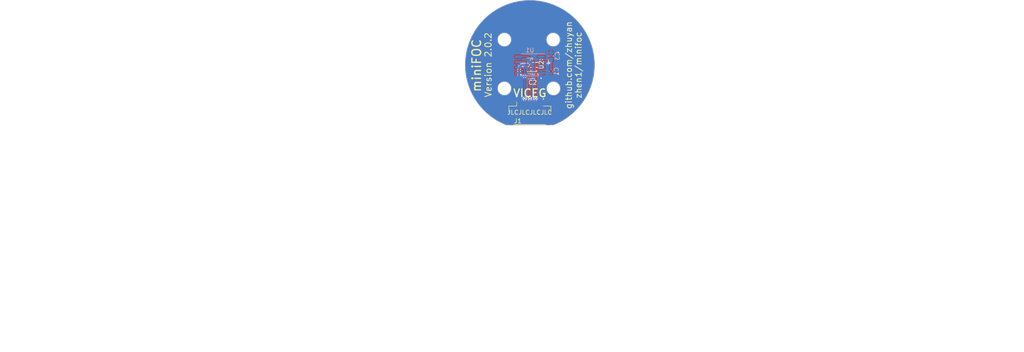
<source format=kicad_pcb>
(kicad_pcb (version 20221018) (generator pcbnew)
  (title_block (title "miniFOC-Sensor") (date "2023-10-09") (rev "2.0.2"))
  (layers (0 "F.Cu" signal) (31 "B.Cu" signal) (34 "B.Paste" user) (35 "F.Paste" user) (36 "B.SilkS" user "B.Silkscreen") (37 "F.SilkS" user "F.Silkscreen") (38 "B.Mask" user) (39 "F.Mask" user) (44 "Edge.Cuts" user))
  (net 0 "")
  (net 1 "+5V")
  (net 2 "GND")
  (net 3 "/SPI_MISO")
  (net 4 "/SPI_CLK")
  (net 5 "/SPI_CS")
  (net 8 "+3.3V")
  (footprint "Library:JST_GH_SM05B-GHS-TB_1x05-1MP_P1.25mm_Horizontal" (layer "F.Cu") (at 149.775 115.6)
    (fp_text reference "J1" (at -2.775 1.75) (layer "F.SilkS"))
    (fp_text value "Conn_01x05")
    (fp_line (start -4.86 -1.71) (end -3.06 -1.71) (stroke (width 0.12)) (layer "F.SilkS"))
    (fp_line (start -4.86 -0.26) (end -4.86 -1.71) (stroke (width 0.12)) (layer "F.SilkS"))
    (fp_line (start -3.59 2.56) (end 3.59 2.56) (stroke (width 0.12)) (layer "F.SilkS"))
    (fp_line (start -3.06 -1.71) (end -3.06 -2.7) (stroke (width 0.12)) (layer "F.SilkS"))
    (fp_line (start 4.86 -1.71) (end 3.06 -1.71) (stroke (width 0.12)) (layer "F.SilkS"))
    (fp_line (start 4.86 -0.26) (end 4.86 -1.71) (stroke (width 0.12)) (layer "F.SilkS"))
    (pad "1" smd roundrect (at -2.5 -1.85) (size 0.6 1.7) (layers "F.Cu" "F.Paste" "F.Mask") (net 1 "+5V"))
    (pad "2" smd roundrect (at -1.25 -1.85) (size 0.6 1.7) (layers "F.Cu" "F.Paste" "F.Mask") (net 3 "/SPI_MISO"))
    (pad "3" smd roundrect (at 0 -1.85) (size 0.6 1.7) (layers "F.Cu" "F.Paste" "F.Mask") (net 4 "/SPI_CLK"))
    (pad "4" smd roundrect (at 1.25 -1.85) (size 0.6 1.7) (layers "F.Cu" "F.Paste" "F.Mask") (net 5 "/SPI_CS"))
    (pad "5" smd roundrect (at 2.5 -1.85) (size 0.6 1.7) (layers "F.Cu" "F.Paste" "F.Mask") (net 2 "GND"))
    (pad "MP" smd roundrect (at -4.35 1.35) (size 1 2.7) (layers "F.Cu" "F.Paste" "F.Mask"))
    (pad "MP" smd roundrect (at 4.35 1.35) (size 1 2.7) (layers "F.Cu" "F.Paste" "F.Mask"))
  )
  (footprint "Library:SOT-23" (layer "F.Cu") (at 149.775 104.35 180)
    (fp_text reference "U2" (at -2.65 0 90) (layer "F.SilkS"))
    (fp_text value " XC6206P332MR")
    (fp_line (start 0 -1.56) (end -1.675 -1.56) (stroke (width 0.12)) (layer "F.SilkS"))
    (fp_line (start 0 -1.56) (end 0.65 -1.56) (stroke (width 0.12)) (layer "F.SilkS"))
    (fp_line (start 0 1.56) (end -0.65 1.56) (stroke (width 0.12)) (layer "F.SilkS"))
    (fp_line (start 0 1.56) (end 0.65 1.56) (stroke (width 0.12)) (layer "F.SilkS"))
    (pad "1" smd roundrect (at -0.9375 -0.95 180) (size 1.475 0.6) (layers "F.Cu" "F.Paste" "F.Mask") (net 2 "GND"))
    (pad "2" smd roundrect (at -0.9375 0.95 180) (size 1.475 0.6) (layers "F.Cu" "F.Paste" "F.Mask") (net 8 "+3.3V"))
    (pad "3" smd roundrect (at 0.9375 0 180) (size 1.475 0.6) (layers "F.Cu" "F.Paste" "F.Mask") (net 1 "+5V"))
  )
  (footprint "Library:C_0603_1608Metric" (layer "F.Cu") (at 150.425 107 180)
    (fp_text reference "C2" (at 0 -1.43 180) (layer "F.SilkS"))
    (fp_text value "22uF")
    (fp_line (start -0.14058 -0.51) (end 0.14058 -0.51) (stroke (width 0.12)) (layer "F.SilkS"))
    (fp_line (start -0.14058 0.51) (end 0.14058 0.51) (stroke (width 0.12)) (layer "F.SilkS"))
    (pad "1" smd roundrect (at -0.775 0) (size 0.9 0.95) (layers "F.Cu" "F.Paste" "F.Mask") (net 2 "GND"))
    (pad "2" smd roundrect (at 0.775 0) (size 0.9 0.95) (layers "F.Cu" "F.Paste" "F.Mask") (net 1 "+5V"))
  )
  (footprint "Library:C_0603_1608Metric" (layer "B.Cu") (at 154.675 102.3 -90)
    (fp_text reference "C3" (at 0 -1.475 90) (layer "B.SilkS") (effects (justify mirror)))
    (fp_text value "22uF")
    (fp_line (start -0.14058 -0.51) (end 0.14058 -0.51) (stroke (width 0.12)) (layer "B.SilkS"))
    (fp_line (start -0.14058 0.51) (end 0.14058 0.51) (stroke (width 0.12)) (layer "B.SilkS"))
    (pad "1" smd roundrect (at -0.775 0 90) (size 0.9 0.95) (layers "B.Cu" "B.Paste" "B.Mask") (net 2 "GND"))
    (pad "2" smd roundrect (at 0.775 0 90) (size 0.9 0.95) (layers "B.Cu" "B.Paste" "B.Mask") (net 8 "+3.3V"))
  )
  (footprint "Library:SOP-8_3.9x4.9mm_P1.27mm" (layer "B.Cu") (at 149.775 104.35 180)
    (fp_text reference "U1" (at 0 3.4) (layer "B.SilkS") (effects (justify mirror)))
    (fp_text value "MT6701")
    (fp_line (start 0 -2.56) (end -1.95 -2.56) (stroke (width 0.12)) (layer "B.SilkS"))
    (fp_line (start 0 -2.56) (end 1.95 -2.56) (stroke (width 0.12)) (layer "B.SilkS"))
    (fp_line (start 0 2.56) (end -3.45 2.56) (stroke (width 0.12)) (layer "B.SilkS"))
    (fp_line (start 0 2.56) (end 1.95 2.56) (stroke (width 0.12)) (layer "B.SilkS"))
    (pad "1" smd roundrect (at -2.625 1.905) (size 1.65 0.6) (layers "B.Cu" "B.Paste" "B.Mask") (net 8 "+3.3V"))
    (pad "2" smd roundrect (at -2.625 0.635) (size 1.65 0.6) (layers "B.Cu" "B.Paste" "B.Mask") (net 8 "+3.3V"))
    (pad "3" smd roundrect (at -2.625 -0.635) (size 1.65 0.6) (layers "B.Cu" "B.Paste" "B.Mask"))
    (pad "4" smd roundrect (at -2.625 -1.905) (size 1.65 0.6) (layers "B.Cu" "B.Paste" "B.Mask") (net 2 "GND"))
    (pad "5" smd roundrect (at 2.625 -1.905) (size 1.65 0.6) (layers "B.Cu" "B.Paste" "B.Mask"))
    (pad "6" smd roundrect (at 2.625 -0.635) (size 1.65 0.6) (layers "B.Cu" "B.Paste" "B.Mask") (net 3 "/SPI_MISO"))
    (pad "7" smd roundrect (at 2.625 0.635) (size 1.65 0.6) (layers "B.Cu" "B.Paste" "B.Mask") (net 4 "/SPI_CLK"))
    (pad "8" smd roundrect (at 2.625 1.905) (size 1.65 0.6) (layers "B.Cu" "B.Paste" "B.Mask") (net 5 "/SPI_CS"))
  )
  (footprint "Library:C_0402_1005Metric" (layer "B.Cu") (at 154.675 105.825 -90)
    (fp_text reference "C1" (at 0.025 -1.225 90) (layer "B.SilkS") (effects (justify mirror)))
    (fp_text value "100nF")
    (fp_line (start -0.107836 -0.36) (end 0.107836 -0.36) (stroke (width 0.12)) (layer "B.SilkS"))
    (fp_line (start -0.107836 0.36) (end 0.107836 0.36) (stroke (width 0.12)) (layer "B.SilkS"))
    (pad "1" smd roundrect (at -0.48 0 90) (size 0.56 0.62) (layers "B.Cu" "B.Paste" "B.Mask") (net 8 "+3.3V"))
    (pad "2" smd roundrect (at 0.48 0 90) (size 0.56 0.62) (layers "B.Cu" "B.Paste" "B.Mask") (net 2 "GND"))
  )
  (gr_line (start 144.425 118.35) (end 155.125 118.35) (stroke (width 0.1)) (layer "Edge.Cuts"))
  (gr_circle (center 155.225 109.8) (end 156.775 109.8) (stroke (width 0.1)) (fill none) (layer "Edge.Cuts"))
  (gr_circle (center 155.175 98.5) (end 156.725 98.5) (stroke (width 0.1)) (fill none) (layer "Edge.Cuts"))
  (gr_circle (center 143.875 109.8) (end 145.425 109.8) (stroke (width 0.1)) (fill none) (layer "Edge.Cuts"))
  (gr_circle (center 143.875 98.5) (end 145.425 98.5) (stroke (width 0.1)) (fill none) (layer "Edge.Cuts"))
  (gr_arc (start 144.425 118.35) (mid 149.775 89.362589) (end 155.125 118.35) (stroke (width 0.1)) (layer "Edge.Cuts"))
  (gr_text "VICEG" (at 145.75 111.95) (layer "F.SilkS") (effects (font (size 1.8 1.8) (thickness 0.3)) (justify left bottom)))
  (gr_text "Version 2.0.2" (at 140.15 104.35 90) (layer "F.SilkS") (effects (font (size 1.5 1.5) (thickness 0.2))))
  (gr_text "JLCJLCJLCJLC" (at 149.725 115.35) (layer "F.SilkS") (effects (font (size 1 1))))
  (gr_text "github.com/zhuyan\nzhen1/minifoc" (at 159.9 104.4 90) (layer "F.SilkS") (effects (font (size 1.4 1.4) (thickness 0.2))))
  (gr_text "miniFOC" (at 137.45 104.5 90) (layer "F.SilkS") (effects (font (size 2 2) (thickness 0.3))))
  (segment (start 147.875 104.35) (end 148.8375 104.35) (width 0.4) (layer "F.Cu") (net 1))
  (segment (start 149.65 107) (end 147.275 107) (width 0.4) (layer "F.Cu") (net 1))
  (segment (start 147.275 107) (end 147.275 104.95) (width 0.4) (layer "F.Cu") (net 1))
  (segment (start 147.275 104.95) (end 147.875 104.35) (width 0.4) (layer "F.Cu") (net 1))
  (segment (start 147.275 113.75) (end 147.275 107) (width 0.4) (layer "F.Cu") (net 1))
  (via (at 152.375 107.45) (size 0.6) (drill 0.3) (layers "F.Cu" "B.Cu") (net 2))
  (via (at 152.925 112.25) (size 0.6) (drill 0.3) (layers "F.Cu" "B.Cu") (net 2))
  (via (at 156.325 101.4) (size 0.6) (drill 0.3) (layers "F.Cu" "B.Cu") (net 2))
  (via (at 156.325 106.45) (size 0.6) (drill 0.3) (layers "F.Cu" "B.Cu") (net 2))
  (segment (start 148.575 112.15) (end 148.575 113.7) (width 0.254) (layer "F.Cu") (net 3))
  (segment (start 148.575 113.7) (end 148.525 113.75) (width 0.254) (layer "F.Cu") (net 3))
  (via (at 148.575 112.15) (size 0.6) (drill 0.3) (layers "F.Cu" "B.Cu") (net 3))
  (segment (start 148.575 105.45) (end 148.575 112.15) (width 0.254) (layer "B.Cu") (net 3))
  (segment (start 147.15 104.985) (end 148.11 104.985) (width 0.254) (layer "B.Cu") (net 3))
  (segment (start 148.11 104.985) (end 148.575 105.45) (width 0.254) (layer "B.Cu") (net 3))
  (segment (start 149.775 112.15) (end 149.775 113.75) (width 0.254) (layer "F.Cu") (net 4))
  (via (at 149.775 112.15) (size 0.6) (drill 0.3) (layers "F.Cu" "B.Cu") (net 4))
  (segment (start 149.775 104.75) (end 148.74 103.715) (width 0.254) (layer "B.Cu") (net 4))
  (segment (start 149.775 112.15) (end 149.775 104.75) (width 0.254) (layer "B.Cu") (net 4))
  (segment (start 148.74 103.715) (end 147.15 103.715) (width 0.254) (layer "B.Cu") (net 4))
  (segment (start 151.025 112.15) (end 151.025 113.75) (width 0.254) (layer "F.Cu") (net 5))
  (via (at 151.025 112.15) (size 0.6) (drill 0.3) (layers "F.Cu" "B.Cu") (net 5))
  (segment (start 151.025 112.15) (end 151.025 104) (width 0.254) (layer "B.Cu") (net 5))
  (segment (start 149.47 102.445) (end 147.15 102.445) (width 0.254) (layer "B.Cu") (net 5))
  (segment (start 151.025 104) (end 149.47 102.445) (width 0.254) (layer "B.Cu") (net 5))
  (segment (start 150.7125 103.4) (end 153.75 103.4) (width 0.4) (layer "F.Cu") (net 8))
  (segment (start 153.75 103.4) (end 154.05 103.7) (width 0.4) (layer "F.Cu") (net 8))
  (via (at 154.05 103.7) (size 0.6) (drill 0.3) (layers "F.Cu" "B.Cu") (net 8))
  (segment (start 152.4 103.715) (end 152.415 103.7) (width 0.4) (layer "B.Cu") (net 8))
  (segment (start 152.4 102.445) (end 152.4 103.715) (width 0.4) (layer "B.Cu") (net 8))
  (segment (start 152.415 103.7) (end 154.05 103.7) (width 0.4) (layer "B.Cu") (net 8))
  (segment (start 154.675 103.075) (end 154.675 105.05) (width 0.4) (layer "B.Cu") (net 8))
  (segment (start 154.05 103.7) (end 154.675 103.075) (width 0.4) (layer "B.Cu") (net 8))
  (zone (net 2) (net_name "GND") (layers "F&B.Cu") (connect_pads (clearance 0.2)) (min_thickness 0.2) (fill yes (thermal_gap 0.2) (thermal_bridge_width 0.35))
    (polygon (pts (xy 164.775 118.25) (xy 134.725 118.25) (xy 134.775 89.35) (xy 164.775 89.35)))
  )
)
</source>
